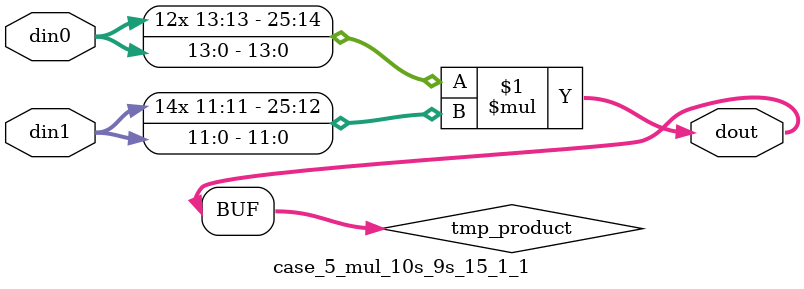
<source format=v>

`timescale 1 ns / 1 ps

 module case_5_mul_10s_9s_15_1_1(din0, din1, dout);
parameter ID = 1;
parameter NUM_STAGE = 0;
parameter din0_WIDTH = 14;
parameter din1_WIDTH = 12;
parameter dout_WIDTH = 26;

input [din0_WIDTH - 1 : 0] din0; 
input [din1_WIDTH - 1 : 0] din1; 
output [dout_WIDTH - 1 : 0] dout;

wire signed [dout_WIDTH - 1 : 0] tmp_product;



























assign tmp_product = $signed(din0) * $signed(din1);








assign dout = tmp_product;





















endmodule

</source>
